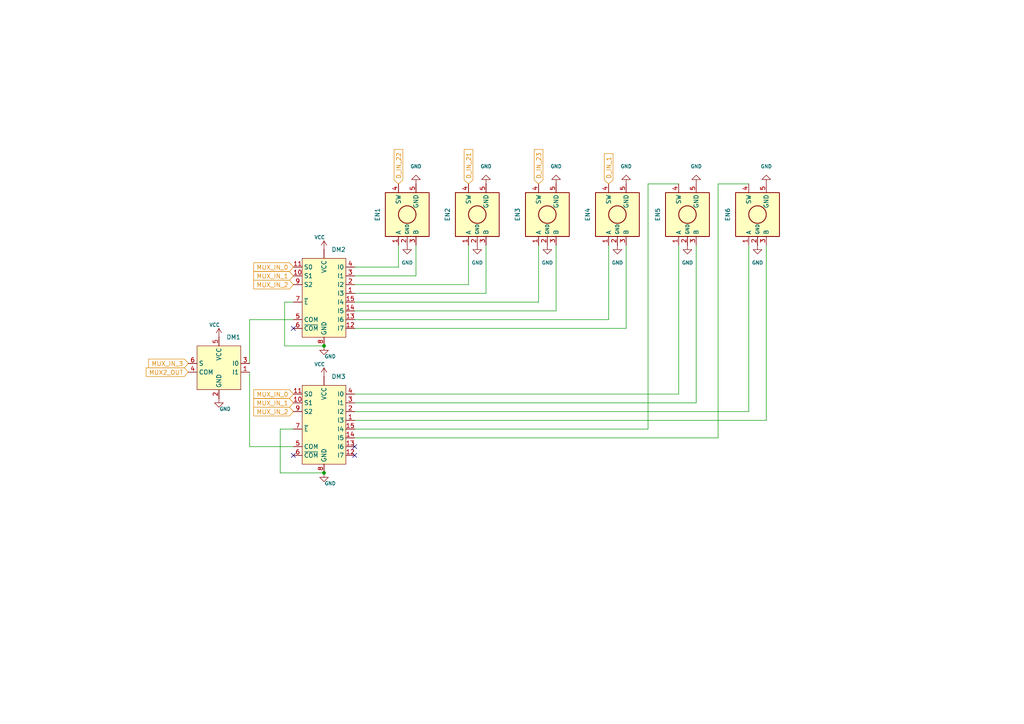
<source format=kicad_sch>
(kicad_sch (version 20250114) (generator "eeschema") (generator_version "9.0")
  (paper "A4")
  (lib_symbols
    (symbol "Symbols:74AC151SC_8{colon}1_MUX"
      (property "Reference" "U" (at 0 0 0))
      (symbol "74AC151SC_8{colon}1_MUX_1_1"
        (rectangle (start -6.35 8.89) (end 6.35 -13.97) (fill (type background)))
        (pin input line (at -8.89 6.35 0) (length 2.54) (name "S0") (number "11"))
        (pin input line (at -8.89 3.81 0) (length 2.54) (name "S1") (number "10"))
        (pin input line (at -8.89 1.27 0) (length 2.54) (name "S2") (number "9"))
        (pin input line (at -8.89 -3.81 0) (length 2.54) (name "~{E}") (number "7"))
        (pin passive line (at -8.89 -8.89 0) (length 2.54) (name "COM") (number "5"))
        (pin passive line (at -8.89 -11.43 0) (length 2.54) (name "~{COM}") (number "6"))
        (pin power_in line (at 0 11.43 270) (length 2.54) (name "VCC") (number ""))
        (pin power_in line (at 0 -16.51 90) (length 2.54) (name "GND") (number "8"))
        (pin passive line (at 8.89 6.35 180) (length 2.54) (name "I0") (number "4"))
        (pin passive line (at 8.89 3.81 180) (length 2.54) (name "I1") (number "3"))
        (pin passive line (at 8.89 1.27 180) (length 2.54) (name "I2") (number "2"))
        (pin passive line (at 8.89 -1.27 180) (length 2.54) (name "I3") (number "1"))
        (pin passive line (at 8.89 -3.81 180) (length 2.54) (name "I4") (number "15"))
        (pin passive line (at 8.89 -6.35 180) (length 2.54) (name "I5") (number "14"))
        (pin passive line (at 8.89 -8.89 180) (length 2.54) (name "I6") (number "13"))
        (pin passive line (at 8.89 -11.43 180) (length 2.54) (name "I7") (number "12"))
      )
    )
    (symbol "Symbols:74LVC1G157_2{colon}1_MUX"
      (property "Reference" "U" (at 0 0 0))
      (symbol "74LVC1G157_2{colon}1_MUX_1_1"
        (rectangle (start -6.35 6.35) (end 6.35 -6.35) (fill (type background)))
        (pin input line (at -8.89 1.27 0) (length 2.54) (name "S") (number "6"))
        (pin passive line (at -8.89 -1.27 0) (length 2.54) (name "COM") (number "4"))
        (pin power_in line (at 0 8.89 270) (length 2.54) (name "VCC") (number "5"))
        (pin power_in line (at 0 -8.89 90) (length 2.54) (name "GND") (number "2"))
        (pin passive line (at 8.89 1.27 180) (length 2.54) (name "I0") (number "3"))
        (pin passive line (at 8.89 -1.27 180) (length 2.54) (name "I1") (number "1"))
      )
    )
    (symbol "Symbols:GND" (power) (pin_numbers (hide yes)) (pin_names (hide yes))
      (property "Value" "GND" (at 0 -3.302 0))
      (symbol "GND_0_1"
        (polyline (pts (xy 0 0) (xy 0 -1.27) (xy 1.27 -1.27) (xy 0 -2.54) (xy -1.27 -1.27) (xy 0 -1.27)))
      )
      (symbol "GND_1_1"
        (pin power_in line (at 0 0 270) (length 0) (name "~") (number ""))
      )
    )
    (symbol "Symbols:Rotary_Encoder"
      (property "Reference" "U" (at 0 4.064 0))
      (symbol "Rotary_Encoder_0_1"
        (rectangle (start -6.35 6.35) (end 6.35 -6.35) (stroke (width 0.254)) (fill (type background)))
        (circle (center 0 0) (radius 2.54) (stroke (width 0.254)))
      )
      (symbol "Rotary_Encoder_1_1"
        (pin passive line (at -8.89 2.54 0) (length 2.54) (name "A") (number "1"))
        (pin passive line (at -8.89 0 0) (length 2.54) (name "GND") (number "2"))
        (pin passive line (at -8.89 -2.54 0) (length 2.54) (name "B") (number "3"))
        (pin passive line (at 8.89 2.54 180) (length 2.54) (name "SW") (number "4"))
        (pin passive line (at 8.89 -2.54 180) (length 2.54) (name "GND") (number "5"))
      )
    )
    (symbol "Symbols:VCC" (power) (pin_numbers (hide yes)) (pin_names (hide yes))
      (property "Value" "VCC" (at 0 3.81 0))
      (symbol "VCC_0_1"
        (polyline (pts (xy -0.762 1.27) (xy 0 2.54)))
        (polyline (pts (xy 0 2.54) (xy 0.762 1.27)))
        (polyline (pts (xy 0 0) (xy 0 2.54)))
      )
      (symbol "VCC_1_1"
        (pin power_in line (at 0 0 90) (length 0) (name "~") (number ""))
      )
    )
  )
  (junction (at 93.98 137.16))
  (junction (at 93.98 100.33))
  (no_connect (at 85.09 132.08))
  (no_connect (at 85.09 95.25))
  (no_connect (at 102.87 132.08))
  (no_connect (at 102.87 129.54))
  (wire (pts (xy 102.87 90.17) (xy 161.29 90.17)))
  (wire (pts (xy 115.57 77.47) (xy 115.57 71.12)))
  (wire (pts (xy 208.28 127) (xy 102.87 127)))
  (wire (pts (xy 201.93 71.12) (xy 201.93 116.84)))
  (wire (pts (xy 176.53 92.71) (xy 176.53 71.12)))
  (wire (pts (xy 85.09 87.63) (xy 82.55 87.63)))
  (wire (pts (xy 81.28 137.16) (xy 93.98 137.16)))
  (wire (pts (xy 81.28 124.46) (xy 81.28 137.16)))
  (wire (pts (xy 102.87 121.92) (xy 222.25 121.92)))
  (wire (pts (xy 217.17 119.38) (xy 102.87 119.38)))
  (wire (pts (xy 102.87 82.55) (xy 135.89 82.55)))
  (wire (pts (xy 222.25 121.92) (xy 222.25 71.12)))
  (wire (pts (xy 156.21 87.63) (xy 156.21 71.12)))
  (wire (pts (xy 72.39 92.71) (xy 85.09 92.71)))
  (wire (pts (xy 102.87 95.25) (xy 181.61 95.25)))
  (wire (pts (xy 196.85 53.34) (xy 187.96 53.34)))
  (wire (pts (xy 208.28 53.34) (xy 217.17 53.34)))
  (wire (pts (xy 102.87 87.63) (xy 156.21 87.63)))
  (wire (pts (xy 217.17 71.12) (xy 217.17 119.38)))
  (wire (pts (xy 161.29 90.17) (xy 161.29 71.12)))
  (wire (pts (xy 82.55 87.63) (xy 82.55 100.33)))
  (wire (pts (xy 102.87 92.71) (xy 176.53 92.71)))
  (wire (pts (xy 196.85 114.3) (xy 196.85 71.12)))
  (wire (pts (xy 102.87 85.09) (xy 140.97 85.09)))
  (wire (pts (xy 208.28 53.34) (xy 208.28 127)))
  (wire (pts (xy 72.39 129.54) (xy 85.09 129.54)))
  (wire (pts (xy 135.89 82.55) (xy 135.89 71.12)))
  (wire (pts (xy 82.55 100.33) (xy 93.98 100.33)))
  (wire (pts (xy 102.87 80.01) (xy 120.65 80.01)))
  (wire (pts (xy 201.93 116.84) (xy 102.87 116.84)))
  (wire (pts (xy 187.96 124.46) (xy 102.87 124.46)))
  (wire (pts (xy 85.09 124.46) (xy 81.28 124.46)))
  (wire (pts (xy 72.39 107.95) (xy 72.39 129.54)))
  (wire (pts (xy 120.65 80.01) (xy 120.65 71.12)))
  (wire (pts (xy 102.87 114.3) (xy 196.85 114.3)))
  (wire (pts (xy 187.96 53.34) (xy 187.96 124.46)))
  (wire (pts (xy 72.39 105.41) (xy 72.39 92.71)))
  (wire (pts (xy 102.87 77.47) (xy 115.57 77.47)))
  (wire (pts (xy 140.97 85.09) (xy 140.97 71.12)))
  (wire (pts (xy 181.61 95.25) (xy 181.61 71.12)))
  (global_label "MUX_IN_0" (shape input) (at 85.09 77.47 180) (property "Intersheetrefs" "${INTERSHEET_REFS}" (effects (hide yes))))
  (global_label "MUX_IN_2" (shape input) (at 85.09 119.38 180) (property "Intersheetrefs" "${INTERSHEET_REFS}" (effects (hide yes))))
  (global_label "D_IN_22" (shape input) (at 115.57 53.34 90) (property "Intersheetrefs" "${INTERSHEET_REFS}" (effects (hide yes))))
  (global_label "MUX_IN_3" (shape input) (at 54.61 105.41 180) (property "Intersheetrefs" "${INTERSHEET_REFS}" (effects (hide yes))))
  (global_label "D_IN_1" (shape input) (at 176.53 53.34 90) (property "Intersheetrefs" "${INTERSHEET_REFS}" (effects (hide yes))))
  (global_label "MUX2_OUT" (shape input) (at 54.61 107.95 180) (property "Intersheetrefs" "${INTERSHEET_REFS}" (effects (hide yes))))
  (global_label "D_IN_23" (shape input) (at 156.21 53.34 90) (property "Intersheetrefs" "${INTERSHEET_REFS}" (effects (hide yes))))
  (global_label "MUX_IN_1" (shape input) (at 85.09 116.84 180) (property "Intersheetrefs" "${INTERSHEET_REFS}" (effects (hide yes))))
  (global_label "MUX_IN_1" (shape input) (at 85.09 80.01 180) (property "Intersheetrefs" "${INTERSHEET_REFS}" (effects (hide yes))))
  (global_label "D_IN_21" (shape input) (at 135.89 53.34 90) (property "Intersheetrefs" "${INTERSHEET_REFS}" (effects (hide yes))))
  (global_label "MUX_IN_0" (shape input) (at 85.09 114.3 180) (property "Intersheetrefs" "${INTERSHEET_REFS}" (effects (hide yes))))
  (global_label "MUX_IN_2" (shape input) (at 85.09 82.55 180) (property "Intersheetrefs" "${INTERSHEET_REFS}" (effects (hide yes))))
  (symbol (lib_id "Symbols:Rotary_Encoder") (at 199.39 62.23 90) (unit 1)
    (property "Reference" "EN5" (at 190.754 62.23 0))
  )
  (symbol (lib_id "Symbols:GND") (at 63.5 115.57 0) (unit 1)
    (property "Reference" "#PWR094" (effects (hide yes)))
    (property "Value" "GND" (at 65.278 118.618 0) (effects (font (size 1.016 1.016))))
  )
  (symbol (lib_id "Symbols:GND") (at 222.25 53.34 180) (unit 1)
    (property "Reference" "#PWR099" (effects (hide yes)))
    (property "Value" "GND" (at 222.25 48.26 0) (effects (font (size 1.016 1.016))))
  )
  (symbol (lib_id "Symbols:VCC") (at 93.98 72.39 0) (unit 1)
    (property "Reference" "#PWR091" (effects (hide yes)))
    (property "Value" "VCC" (at 92.71 68.834 0) (effects (font (size 1.016 1.016))))
  )
  (symbol (lib_id "Symbols:GND") (at 179.07 71.12 0) (unit 1)
    (property "Reference" "#PWR0102" (effects (hide yes)))
    (property "Value" "GND" (at 179.07 76.2 0) (effects (font (size 1.016 1.016))))
  )
  (symbol (lib_id "Symbols:GND") (at 93.98 137.16 0) (unit 1)
    (property "Reference" "#PWR092" (effects (hide yes)))
    (property "Value" "GND" (at 95.758 140.208 0) (effects (font (size 1.016 1.016))))
  )
  (symbol (lib_id "Symbols:VCC") (at 63.5 97.79 0) (unit 1)
    (property "Reference" "#PWR093" (effects (hide yes)))
    (property "Value" "VCC" (at 62.23 94.234 0) (effects (font (size 1.016 1.016))))
  )
  (symbol (lib_id "Symbols:GND") (at 219.71 71.12 0) (unit 1)
    (property "Reference" "#PWR0104" (effects (hide yes)))
    (property "Value" "GND" (at 219.71 76.2 0) (effects (font (size 1.016 1.016))))
  )
  (symbol (lib_id "Symbols:GND") (at 181.61 53.34 180) (unit 1)
    (property "Reference" "#PWR097" (effects (hide yes)))
    (property "Value" "GND" (at 181.61 48.26 0) (effects (font (size 1.016 1.016))))
  )
  (symbol (lib_id "Symbols:Rotary_Encoder") (at 138.43 62.23 90) (unit 1)
    (property "Reference" "EN2" (at 129.794 62.23 0))
  )
  (symbol (lib_id "Symbols:VCC") (at 93.98 109.22 0) (unit 1)
    (property "Reference" "#PWR089" (effects (hide yes)))
    (property "Value" "VCC" (at 92.71 105.664 0) (effects (font (size 1.016 1.016))))
  )
  (symbol (lib_id "Symbols:74AC151SC_8{colon}1_MUX") (at 93.98 83.82 0) (unit 1)
    (property "Reference" "DM2" (at 96.1233 72.39 0) (effects (justify left)))
    (property "Value" "74AC151SC" (effects (hide yes)))
  )
  (symbol (lib_id "Symbols:GND") (at 120.65 53.34 180) (unit 1)
    (property "Reference" "#PWR088" (effects (hide yes)))
    (property "Value" "GND" (at 120.65 48.26 0) (effects (font (size 1.016 1.016))))
  )
  (symbol (lib_id "Symbols:GND") (at 199.39 71.12 0) (unit 1)
    (property "Reference" "#PWR0103" (effects (hide yes)))
    (property "Value" "GND" (at 199.39 76.2 0) (effects (font (size 1.016 1.016))))
  )
  (symbol (lib_id "Symbols:GND") (at 118.11 71.12 0) (unit 1)
    (property "Reference" "#PWR087" (effects (hide yes)))
    (property "Value" "GND" (at 118.11 76.2 0) (effects (font (size 1.016 1.016))))
  )
  (symbol (lib_id "Symbols:GND") (at 158.75 71.12 0) (unit 1)
    (property "Reference" "#PWR0101" (effects (hide yes)))
    (property "Value" "GND" (at 158.75 76.2 0) (effects (font (size 1.016 1.016))))
  )
  (symbol (lib_id "Symbols:Rotary_Encoder") (at 158.75 62.23 90) (unit 1)
    (property "Reference" "EN3" (at 150.114 62.23 0))
  )
  (symbol (lib_id "Symbols:Rotary_Encoder") (at 179.07 62.23 90) (unit 1)
    (property "Reference" "EN4" (at 170.434 62.23 0))
  )
  (symbol (lib_id "Symbols:GND") (at 93.98 100.33 0) (unit 1)
    (property "Reference" "#PWR090" (effects (hide yes)))
    (property "Value" "GND" (at 95.758 103.378 0) (effects (font (size 1.016 1.016))))
  )
  (symbol (lib_id "Symbols:74LVC1G157_2{colon}1_MUX") (at 63.5 106.68 0) (unit 1)
    (property "Reference" "DM1" (at 65.6433 97.79 0) (effects (justify left)))
    (property "Value" "74LVC1G157" (effects (hide yes)))
  )
  (symbol (lib_id "Symbols:GND") (at 201.93 53.34 180) (unit 1)
    (property "Reference" "#PWR098" (effects (hide yes)))
    (property "Value" "GND" (at 201.93 48.26 0) (effects (font (size 1.016 1.016))))
  )
  (symbol (lib_id "Symbols:GND") (at 140.97 53.34 180) (unit 1)
    (property "Reference" "#PWR095" (effects (hide yes)))
    (property "Value" "GND" (at 140.97 48.26 0) (effects (font (size 1.016 1.016))))
  )
  (symbol (lib_id "Symbols:Rotary_Encoder") (at 118.11 62.23 90) (unit 1)
    (property "Reference" "EN1" (at 109.474 62.23 0))
  )
  (symbol (lib_id "Symbols:Rotary_Encoder") (at 219.71 62.23 90) (unit 1)
    (property "Reference" "EN6" (at 211.074 62.23 0))
  )
  (symbol (lib_id "Symbols:GND") (at 138.43 71.12 0) (unit 1)
    (property "Reference" "#PWR0100" (effects (hide yes)))
    (property "Value" "GND" (at 138.43 76.2 0) (effects (font (size 1.016 1.016))))
  )
  (symbol (lib_id "Symbols:74AC151SC_8{colon}1_MUX") (at 93.98 120.65 0) (unit 1)
    (property "Reference" "DM3" (at 96.1233 109.22 0) (effects (justify left)))
    (property "Value" "74AC151SC" (effects (hide yes)))
  )
  (symbol (lib_id "Symbols:GND") (at 161.29 53.34 180) (unit 1)
    (property "Reference" "#PWR096" (effects (hide yes)))
    (property "Value" "GND" (at 161.29 48.26 0) (effects (font (size 1.016 1.016))))
  )
)
</source>
